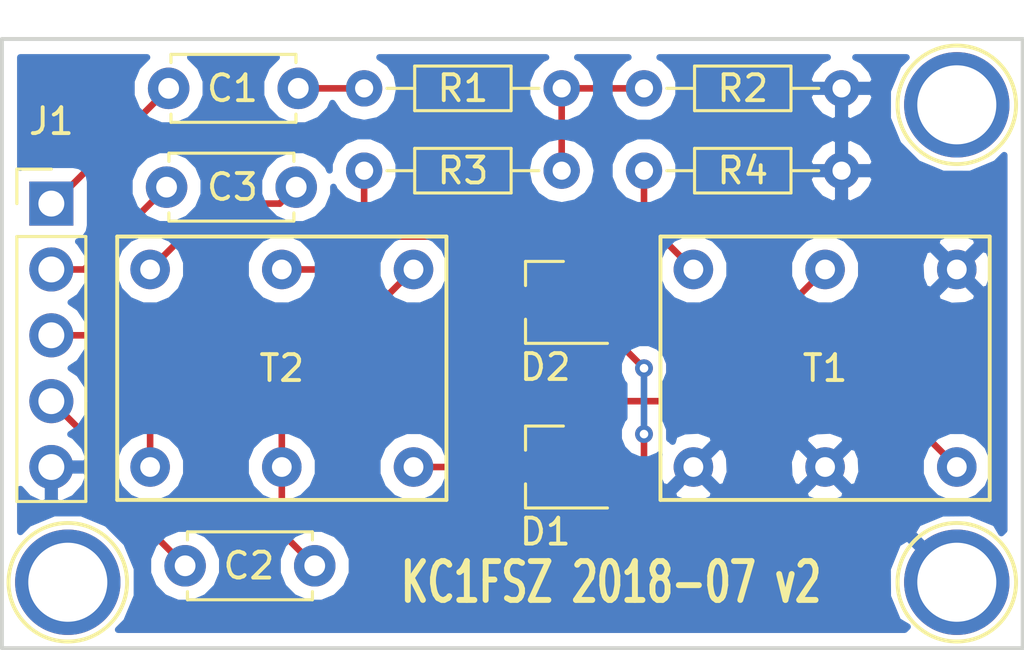
<source format=kicad_pcb>
(kicad_pcb (version 4) (host pcbnew 4.0.7)

  (general
    (links 24)
    (no_connects 0)
    (area 116.483381 85.946 161.01162 112.508)
    (thickness 1.6)
    (drawings 5)
    (tracks 50)
    (zones 0)
    (modules 15)
    (nets 15)
  )

  (page A4)
  (title_block
    (title "KC1FSZ Double-Balanced Mixer")
    (date 2018-07-01)
    (rev v2)
  )

  (layers
    (0 F.Cu signal)
    (31 B.Cu signal)
    (32 B.Adhes user)
    (33 F.Adhes user)
    (34 B.Paste user)
    (35 F.Paste user)
    (36 B.SilkS user)
    (37 F.SilkS user)
    (38 B.Mask user)
    (39 F.Mask user)
    (40 Dwgs.User user)
    (41 Cmts.User user)
    (42 Eco1.User user)
    (43 Eco2.User user)
    (44 Edge.Cuts user)
    (45 Margin user)
    (46 B.CrtYd user)
    (47 F.CrtYd user)
    (48 B.Fab user)
    (49 F.Fab user)
  )

  (setup
    (last_trace_width 0.254)
    (trace_clearance 0.254)
    (zone_clearance 0.508)
    (zone_45_only no)
    (trace_min 0.254)
    (segment_width 0.2)
    (edge_width 0.15)
    (via_size 0.6858)
    (via_drill 0.3302)
    (via_min_size 0.6858)
    (via_min_drill 0.3302)
    (uvia_size 0.3)
    (uvia_drill 0.1)
    (uvias_allowed no)
    (uvia_min_size 0.2)
    (uvia_min_drill 0.1)
    (pcb_text_width 0.3)
    (pcb_text_size 1.5 1.5)
    (mod_edge_width 0.15)
    (mod_text_size 1 1)
    (mod_text_width 0.15)
    (pad_size 4.064 4.064)
    (pad_drill 3.048)
    (pad_to_mask_clearance 0.2)
    (aux_axis_origin 0 0)
    (visible_elements FFFFFF7F)
    (pcbplotparams
      (layerselection 0x00030_80000001)
      (usegerberextensions false)
      (excludeedgelayer true)
      (linewidth 0.100000)
      (plotframeref false)
      (viasonmask false)
      (mode 1)
      (useauxorigin false)
      (hpglpennumber 1)
      (hpglpenspeed 20)
      (hpglpendiameter 15)
      (hpglpenoverlay 2)
      (psnegative false)
      (psa4output false)
      (plotreference true)
      (plotvalue true)
      (plotinvisibletext false)
      (padsonsilk false)
      (subtractmaskfromsilk false)
      (outputformat 1)
      (mirror false)
      (drillshape 1)
      (scaleselection 1)
      (outputdirectory ""))
  )

  (net 0 "")
  (net 1 "Net-(C1-Pad1)")
  (net 2 CLK_IN)
  (net 3 "Net-(C2-Pad1)")
  (net 4 RF1)
  (net 5 RF0)
  (net 6 "Net-(C3-Pad2)")
  (net 7 "Net-(D1-Pad1)")
  (net 8 "Net-(D1-Pad2)")
  (net 9 "Net-(D1-Pad3)")
  (net 10 RF0_REF)
  (net 11 "Net-(R1-Pad1)")
  (net 12 GND)
  (net 13 "Net-(R3-Pad1)")
  (net 14 "Net-(D2-Pad3)")

  (net_class Default "This is the default net class."
    (clearance 0.254)
    (trace_width 0.254)
    (via_dia 0.6858)
    (via_drill 0.3302)
    (uvia_dia 0.3)
    (uvia_drill 0.1)
    (add_net CLK_IN)
    (add_net GND)
    (add_net "Net-(C1-Pad1)")
    (add_net "Net-(C2-Pad1)")
    (add_net "Net-(C3-Pad2)")
    (add_net "Net-(D1-Pad1)")
    (add_net "Net-(D1-Pad2)")
    (add_net "Net-(D1-Pad3)")
    (add_net "Net-(D2-Pad3)")
    (add_net "Net-(R1-Pad1)")
    (add_net "Net-(R3-Pad1)")
    (add_net RF0)
    (add_net RF0_REF)
    (add_net RF1)
  )

  (module kc1fsz-footprint-library:C_Disc_D4.7mm_W2.5mm_P5.00mm (layer F.Cu) (tedit 5B19BFA5) (tstamp 5B19B895)
    (at 130.81 89.535 180)
    (descr "C, Disc series, Radial, pin pitch=5.00mm, , diameter*width=4.7*2.5mm^2, Capacitor, http://www.vishay.com/docs/45233/krseries.pdf")
    (tags "C Disc series Radial pin pitch 5.00mm  diameter 4.7mm width 2.5mm Capacitor")
    (path /5B19B6E8)
    (fp_text reference C1 (at 2.54 0 180) (layer F.SilkS)
      (effects (font (size 1 1) (thickness 0.15)))
    )
    (fp_text value C (at 2.5 2.56 180) (layer F.Fab)
      (effects (font (size 1 1) (thickness 0.15)))
    )
    (fp_line (start 0.15 -1.25) (end 0.15 1.25) (layer F.Fab) (width 0.1))
    (fp_line (start 0.15 1.25) (end 4.85 1.25) (layer F.Fab) (width 0.1))
    (fp_line (start 4.85 1.25) (end 4.85 -1.25) (layer F.Fab) (width 0.1))
    (fp_line (start 4.85 -1.25) (end 0.15 -1.25) (layer F.Fab) (width 0.1))
    (fp_line (start 0.09 -1.31) (end 4.91 -1.31) (layer F.SilkS) (width 0.12))
    (fp_line (start 0.09 1.31) (end 4.91 1.31) (layer F.SilkS) (width 0.12))
    (fp_line (start 0.09 -1.31) (end 0.09 -0.996) (layer F.SilkS) (width 0.12))
    (fp_line (start 0.09 0.996) (end 0.09 1.31) (layer F.SilkS) (width 0.12))
    (fp_line (start 4.91 -1.31) (end 4.91 -0.996) (layer F.SilkS) (width 0.12))
    (fp_line (start 4.91 0.996) (end 4.91 1.31) (layer F.SilkS) (width 0.12))
    (fp_line (start -1.05 -1.6) (end -1.05 1.6) (layer F.CrtYd) (width 0.05))
    (fp_line (start -1.05 1.6) (end 6.05 1.6) (layer F.CrtYd) (width 0.05))
    (fp_line (start 6.05 1.6) (end 6.05 -1.6) (layer F.CrtYd) (width 0.05))
    (fp_line (start 6.05 -1.6) (end -1.05 -1.6) (layer F.CrtYd) (width 0.05))
    (fp_text user %R (at 2.5 0 180) (layer F.Fab)
      (effects (font (size 1 1) (thickness 0.15)))
    )
    (pad 1 thru_hole circle (at 0 0 180) (size 1.6 1.6) (drill 0.8) (layers *.Cu *.Mask)
      (net 1 "Net-(C1-Pad1)"))
    (pad 2 thru_hole circle (at 5 0 180) (size 1.6 1.6) (drill 0.8) (layers *.Cu *.Mask)
      (net 2 CLK_IN))
    (model ${KISYS3DMOD}/Capacitors_THT.3dshapes/C_Disc_D4.7mm_W2.5mm_P5.00mm.wrl
      (at (xyz 0 0 0))
      (scale (xyz 1 1 1))
      (rotate (xyz 0 0 0))
    )
  )

  (module kc1fsz-footprint-library:C_Disc_D4.7mm_W2.5mm_P5.00mm (layer F.Cu) (tedit 5B19BFBA) (tstamp 5B19B89B)
    (at 131.445 107.95 180)
    (descr "C, Disc series, Radial, pin pitch=5.00mm, , diameter*width=4.7*2.5mm^2, Capacitor, http://www.vishay.com/docs/45233/krseries.pdf")
    (tags "C Disc series Radial pin pitch 5.00mm  diameter 4.7mm width 2.5mm Capacitor")
    (path /5B19B7A5)
    (fp_text reference C2 (at 2.54 0 180) (layer F.SilkS)
      (effects (font (size 1 1) (thickness 0.15)))
    )
    (fp_text value C (at 2.5 2.56 180) (layer F.Fab)
      (effects (font (size 1 1) (thickness 0.15)))
    )
    (fp_line (start 0.15 -1.25) (end 0.15 1.25) (layer F.Fab) (width 0.1))
    (fp_line (start 0.15 1.25) (end 4.85 1.25) (layer F.Fab) (width 0.1))
    (fp_line (start 4.85 1.25) (end 4.85 -1.25) (layer F.Fab) (width 0.1))
    (fp_line (start 4.85 -1.25) (end 0.15 -1.25) (layer F.Fab) (width 0.1))
    (fp_line (start 0.09 -1.31) (end 4.91 -1.31) (layer F.SilkS) (width 0.12))
    (fp_line (start 0.09 1.31) (end 4.91 1.31) (layer F.SilkS) (width 0.12))
    (fp_line (start 0.09 -1.31) (end 0.09 -0.996) (layer F.SilkS) (width 0.12))
    (fp_line (start 0.09 0.996) (end 0.09 1.31) (layer F.SilkS) (width 0.12))
    (fp_line (start 4.91 -1.31) (end 4.91 -0.996) (layer F.SilkS) (width 0.12))
    (fp_line (start 4.91 0.996) (end 4.91 1.31) (layer F.SilkS) (width 0.12))
    (fp_line (start -1.05 -1.6) (end -1.05 1.6) (layer F.CrtYd) (width 0.05))
    (fp_line (start -1.05 1.6) (end 6.05 1.6) (layer F.CrtYd) (width 0.05))
    (fp_line (start 6.05 1.6) (end 6.05 -1.6) (layer F.CrtYd) (width 0.05))
    (fp_line (start 6.05 -1.6) (end -1.05 -1.6) (layer F.CrtYd) (width 0.05))
    (fp_text user %R (at 2.5 0 180) (layer F.Fab)
      (effects (font (size 1 1) (thickness 0.15)))
    )
    (pad 1 thru_hole circle (at 0 0 180) (size 1.6 1.6) (drill 0.8) (layers *.Cu *.Mask)
      (net 3 "Net-(C2-Pad1)"))
    (pad 2 thru_hole circle (at 5 0 180) (size 1.6 1.6) (drill 0.8) (layers *.Cu *.Mask)
      (net 4 RF1))
    (model ${KISYS3DMOD}/Capacitors_THT.3dshapes/C_Disc_D4.7mm_W2.5mm_P5.00mm.wrl
      (at (xyz 0 0 0))
      (scale (xyz 1 1 1))
      (rotate (xyz 0 0 0))
    )
  )

  (module kc1fsz-footprint-library:C_Disc_D4.7mm_W2.5mm_P5.00mm (layer F.Cu) (tedit 5B19BFAA) (tstamp 5B19B8A1)
    (at 125.73 93.345)
    (descr "C, Disc series, Radial, pin pitch=5.00mm, , diameter*width=4.7*2.5mm^2, Capacitor, http://www.vishay.com/docs/45233/krseries.pdf")
    (tags "C Disc series Radial pin pitch 5.00mm  diameter 4.7mm width 2.5mm Capacitor")
    (path /5B19B86A)
    (fp_text reference C3 (at 2.54 0) (layer F.SilkS)
      (effects (font (size 1 1) (thickness 0.15)))
    )
    (fp_text value C (at 2.5 2.56) (layer F.Fab)
      (effects (font (size 1 1) (thickness 0.15)))
    )
    (fp_line (start 0.15 -1.25) (end 0.15 1.25) (layer F.Fab) (width 0.1))
    (fp_line (start 0.15 1.25) (end 4.85 1.25) (layer F.Fab) (width 0.1))
    (fp_line (start 4.85 1.25) (end 4.85 -1.25) (layer F.Fab) (width 0.1))
    (fp_line (start 4.85 -1.25) (end 0.15 -1.25) (layer F.Fab) (width 0.1))
    (fp_line (start 0.09 -1.31) (end 4.91 -1.31) (layer F.SilkS) (width 0.12))
    (fp_line (start 0.09 1.31) (end 4.91 1.31) (layer F.SilkS) (width 0.12))
    (fp_line (start 0.09 -1.31) (end 0.09 -0.996) (layer F.SilkS) (width 0.12))
    (fp_line (start 0.09 0.996) (end 0.09 1.31) (layer F.SilkS) (width 0.12))
    (fp_line (start 4.91 -1.31) (end 4.91 -0.996) (layer F.SilkS) (width 0.12))
    (fp_line (start 4.91 0.996) (end 4.91 1.31) (layer F.SilkS) (width 0.12))
    (fp_line (start -1.05 -1.6) (end -1.05 1.6) (layer F.CrtYd) (width 0.05))
    (fp_line (start -1.05 1.6) (end 6.05 1.6) (layer F.CrtYd) (width 0.05))
    (fp_line (start 6.05 1.6) (end 6.05 -1.6) (layer F.CrtYd) (width 0.05))
    (fp_line (start 6.05 -1.6) (end -1.05 -1.6) (layer F.CrtYd) (width 0.05))
    (fp_text user %R (at 2.5 0) (layer F.Fab)
      (effects (font (size 1 1) (thickness 0.15)))
    )
    (pad 1 thru_hole circle (at 0 0) (size 1.6 1.6) (drill 0.8) (layers *.Cu *.Mask)
      (net 5 RF0))
    (pad 2 thru_hole circle (at 5 0) (size 1.6 1.6) (drill 0.8) (layers *.Cu *.Mask)
      (net 6 "Net-(C3-Pad2)"))
    (model ${KISYS3DMOD}/Capacitors_THT.3dshapes/C_Disc_D4.7mm_W2.5mm_P5.00mm.wrl
      (at (xyz 0 0 0))
      (scale (xyz 1 1 1))
      (rotate (xyz 0 0 0))
    )
  )

  (module kc1fsz-footprint-library:SOT-23_Handsoldering (layer F.Cu) (tedit 5B38C355) (tstamp 5B19B8A8)
    (at 140.335 104.14 180)
    (descr "SOT-23, Handsoldering")
    (tags SOT-23)
    (path /5B38C203)
    (attr smd)
    (fp_text reference D1 (at 0 -2.5 180) (layer F.SilkS)
      (effects (font (size 1 1) (thickness 0.15)))
    )
    (fp_text value D_Schottky_x2_Serial_AKC (at 0 2.5 180) (layer F.Fab) hide
      (effects (font (size 1 1) (thickness 0.15)))
    )
    (fp_line (start 0.76 1.58) (end 0.76 0.65) (layer F.SilkS) (width 0.12))
    (fp_line (start 0.76 -1.58) (end 0.76 -0.65) (layer F.SilkS) (width 0.12))
    (fp_line (start 0.7 -1.52) (end 0.7 1.52) (layer F.Fab) (width 0.15))
    (fp_line (start -0.7 1.52) (end 0.7 1.52) (layer F.Fab) (width 0.15))
    (fp_line (start -2.7 -1.75) (end 2.7 -1.75) (layer F.CrtYd) (width 0.05))
    (fp_line (start 2.7 -1.75) (end 2.7 1.75) (layer F.CrtYd) (width 0.05))
    (fp_line (start 2.7 1.75) (end -2.7 1.75) (layer F.CrtYd) (width 0.05))
    (fp_line (start -2.7 1.75) (end -2.7 -1.75) (layer F.CrtYd) (width 0.05))
    (fp_line (start 0.76 -1.58) (end -2.4 -1.58) (layer F.SilkS) (width 0.12))
    (fp_line (start -0.7 -1.52) (end 0.7 -1.52) (layer F.Fab) (width 0.15))
    (fp_line (start -0.7 -1.52) (end -0.7 1.52) (layer F.Fab) (width 0.15))
    (fp_line (start 0.76 1.58) (end -0.7 1.58) (layer F.SilkS) (width 0.12))
    (pad 1 smd rect (at -1.5 -0.95 180) (size 1.9 0.8) (layers F.Cu F.Paste F.Mask)
      (net 7 "Net-(D1-Pad1)"))
    (pad 2 smd rect (at -1.5 0.95 180) (size 1.9 0.8) (layers F.Cu F.Paste F.Mask)
      (net 8 "Net-(D1-Pad2)"))
    (pad 3 smd rect (at 1.5 0 180) (size 1.9 0.8) (layers F.Cu F.Paste F.Mask)
      (net 9 "Net-(D1-Pad3)"))
    (model TO_SOT_Packages_SMD.3dshapes/SOT-23.wrl
      (at (xyz 0 0 0))
      (scale (xyz 1 1 1))
      (rotate (xyz 0 0 90))
    )
  )

  (module kc1fsz-footprint-library:SOT-23_Handsoldering (layer F.Cu) (tedit 5B38C359) (tstamp 5B19B8AF)
    (at 140.335 97.79 180)
    (descr "SOT-23, Handsoldering")
    (tags SOT-23)
    (path /5B38C292)
    (attr smd)
    (fp_text reference D2 (at 0 -2.5 180) (layer F.SilkS)
      (effects (font (size 1 1) (thickness 0.15)))
    )
    (fp_text value D_Schottky_x2_Serial_AKC (at 0 2.5 180) (layer F.Fab) hide
      (effects (font (size 1 1) (thickness 0.15)))
    )
    (fp_line (start 0.76 1.58) (end 0.76 0.65) (layer F.SilkS) (width 0.12))
    (fp_line (start 0.76 -1.58) (end 0.76 -0.65) (layer F.SilkS) (width 0.12))
    (fp_line (start 0.7 -1.52) (end 0.7 1.52) (layer F.Fab) (width 0.15))
    (fp_line (start -0.7 1.52) (end 0.7 1.52) (layer F.Fab) (width 0.15))
    (fp_line (start -2.7 -1.75) (end 2.7 -1.75) (layer F.CrtYd) (width 0.05))
    (fp_line (start 2.7 -1.75) (end 2.7 1.75) (layer F.CrtYd) (width 0.05))
    (fp_line (start 2.7 1.75) (end -2.7 1.75) (layer F.CrtYd) (width 0.05))
    (fp_line (start -2.7 1.75) (end -2.7 -1.75) (layer F.CrtYd) (width 0.05))
    (fp_line (start 0.76 -1.58) (end -2.4 -1.58) (layer F.SilkS) (width 0.12))
    (fp_line (start -0.7 -1.52) (end 0.7 -1.52) (layer F.Fab) (width 0.15))
    (fp_line (start -0.7 -1.52) (end -0.7 1.52) (layer F.Fab) (width 0.15))
    (fp_line (start 0.76 1.58) (end -0.7 1.58) (layer F.SilkS) (width 0.12))
    (pad 1 smd rect (at -1.5 -0.95 180) (size 1.9 0.8) (layers F.Cu F.Paste F.Mask)
      (net 8 "Net-(D1-Pad2)"))
    (pad 2 smd rect (at -1.5 0.95 180) (size 1.9 0.8) (layers F.Cu F.Paste F.Mask)
      (net 7 "Net-(D1-Pad1)"))
    (pad 3 smd rect (at 1.5 0 180) (size 1.9 0.8) (layers F.Cu F.Paste F.Mask)
      (net 14 "Net-(D2-Pad3)"))
    (model TO_SOT_Packages_SMD.3dshapes/SOT-23.wrl
      (at (xyz 0 0 0))
      (scale (xyz 1 1 1))
      (rotate (xyz 0 0 90))
    )
  )

  (module kc1fsz-footprint-library:R_Axial_DIN0204_L3.6mm_D1.6mm_P7.62mm_Horizontal (layer F.Cu) (tedit 5B19BF9D) (tstamp 5B19B8BD)
    (at 140.97 89.535 180)
    (descr "Resistor, Axial_DIN0204 series, Axial, Horizontal, pin pitch=7.62mm, 0.16666666666666666W = 1/6W, length*diameter=3.6*1.6mm^2, http://cdn-reichelt.de/documents/datenblatt/B400/1_4W%23YAG.pdf")
    (tags "Resistor Axial_DIN0204 series Axial Horizontal pin pitch 7.62mm 0.16666666666666666W = 1/6W length 3.6mm diameter 1.6mm")
    (path /5B19AC72)
    (fp_text reference R1 (at 3.81 0 180) (layer F.SilkS)
      (effects (font (size 1 1) (thickness 0.15)))
    )
    (fp_text value R (at 3.81 1.86 180) (layer F.Fab)
      (effects (font (size 1 1) (thickness 0.15)))
    )
    (fp_line (start 2.01 -0.8) (end 2.01 0.8) (layer F.Fab) (width 0.1))
    (fp_line (start 2.01 0.8) (end 5.61 0.8) (layer F.Fab) (width 0.1))
    (fp_line (start 5.61 0.8) (end 5.61 -0.8) (layer F.Fab) (width 0.1))
    (fp_line (start 5.61 -0.8) (end 2.01 -0.8) (layer F.Fab) (width 0.1))
    (fp_line (start 0 0) (end 2.01 0) (layer F.Fab) (width 0.1))
    (fp_line (start 7.62 0) (end 5.61 0) (layer F.Fab) (width 0.1))
    (fp_line (start 1.95 -0.86) (end 1.95 0.86) (layer F.SilkS) (width 0.12))
    (fp_line (start 1.95 0.86) (end 5.67 0.86) (layer F.SilkS) (width 0.12))
    (fp_line (start 5.67 0.86) (end 5.67 -0.86) (layer F.SilkS) (width 0.12))
    (fp_line (start 5.67 -0.86) (end 1.95 -0.86) (layer F.SilkS) (width 0.12))
    (fp_line (start 0.88 0) (end 1.95 0) (layer F.SilkS) (width 0.12))
    (fp_line (start 6.74 0) (end 5.67 0) (layer F.SilkS) (width 0.12))
    (fp_line (start -0.95 -1.15) (end -0.95 1.15) (layer F.CrtYd) (width 0.05))
    (fp_line (start -0.95 1.15) (end 8.6 1.15) (layer F.CrtYd) (width 0.05))
    (fp_line (start 8.6 1.15) (end 8.6 -1.15) (layer F.CrtYd) (width 0.05))
    (fp_line (start 8.6 -1.15) (end -0.95 -1.15) (layer F.CrtYd) (width 0.05))
    (pad 1 thru_hole circle (at 0 0 180) (size 1.4 1.4) (drill 0.7) (layers *.Cu *.Mask)
      (net 11 "Net-(R1-Pad1)"))
    (pad 2 thru_hole oval (at 7.62 0 180) (size 1.4 1.4) (drill 0.7) (layers *.Cu *.Mask)
      (net 1 "Net-(C1-Pad1)"))
    (model ${KISYS3DMOD}/Resistors_THT.3dshapes/R_Axial_DIN0204_L3.6mm_D1.6mm_P7.62mm_Horizontal.wrl
      (at (xyz 0 0 0))
      (scale (xyz 0.393701 0.393701 0.393701))
      (rotate (xyz 0 0 0))
    )
  )

  (module kc1fsz-footprint-library:R_Axial_DIN0204_L3.6mm_D1.6mm_P7.62mm_Horizontal (layer F.Cu) (tedit 5B19BF92) (tstamp 5B19B8C3)
    (at 144.145 89.535)
    (descr "Resistor, Axial_DIN0204 series, Axial, Horizontal, pin pitch=7.62mm, 0.16666666666666666W = 1/6W, length*diameter=3.6*1.6mm^2, http://cdn-reichelt.de/documents/datenblatt/B400/1_4W%23YAG.pdf")
    (tags "Resistor Axial_DIN0204 series Axial Horizontal pin pitch 7.62mm 0.16666666666666666W = 1/6W length 3.6mm diameter 1.6mm")
    (path /5B19ACD3)
    (fp_text reference R2 (at 3.81 0) (layer F.SilkS)
      (effects (font (size 1 1) (thickness 0.15)))
    )
    (fp_text value R (at 3.81 1.86) (layer F.Fab)
      (effects (font (size 1 1) (thickness 0.15)))
    )
    (fp_line (start 2.01 -0.8) (end 2.01 0.8) (layer F.Fab) (width 0.1))
    (fp_line (start 2.01 0.8) (end 5.61 0.8) (layer F.Fab) (width 0.1))
    (fp_line (start 5.61 0.8) (end 5.61 -0.8) (layer F.Fab) (width 0.1))
    (fp_line (start 5.61 -0.8) (end 2.01 -0.8) (layer F.Fab) (width 0.1))
    (fp_line (start 0 0) (end 2.01 0) (layer F.Fab) (width 0.1))
    (fp_line (start 7.62 0) (end 5.61 0) (layer F.Fab) (width 0.1))
    (fp_line (start 1.95 -0.86) (end 1.95 0.86) (layer F.SilkS) (width 0.12))
    (fp_line (start 1.95 0.86) (end 5.67 0.86) (layer F.SilkS) (width 0.12))
    (fp_line (start 5.67 0.86) (end 5.67 -0.86) (layer F.SilkS) (width 0.12))
    (fp_line (start 5.67 -0.86) (end 1.95 -0.86) (layer F.SilkS) (width 0.12))
    (fp_line (start 0.88 0) (end 1.95 0) (layer F.SilkS) (width 0.12))
    (fp_line (start 6.74 0) (end 5.67 0) (layer F.SilkS) (width 0.12))
    (fp_line (start -0.95 -1.15) (end -0.95 1.15) (layer F.CrtYd) (width 0.05))
    (fp_line (start -0.95 1.15) (end 8.6 1.15) (layer F.CrtYd) (width 0.05))
    (fp_line (start 8.6 1.15) (end 8.6 -1.15) (layer F.CrtYd) (width 0.05))
    (fp_line (start 8.6 -1.15) (end -0.95 -1.15) (layer F.CrtYd) (width 0.05))
    (pad 1 thru_hole circle (at 0 0) (size 1.4 1.4) (drill 0.7) (layers *.Cu *.Mask)
      (net 11 "Net-(R1-Pad1)"))
    (pad 2 thru_hole oval (at 7.62 0) (size 1.4 1.4) (drill 0.7) (layers *.Cu *.Mask)
      (net 12 GND))
    (model ${KISYS3DMOD}/Resistors_THT.3dshapes/R_Axial_DIN0204_L3.6mm_D1.6mm_P7.62mm_Horizontal.wrl
      (at (xyz 0 0 0))
      (scale (xyz 0.393701 0.393701 0.393701))
      (rotate (xyz 0 0 0))
    )
  )

  (module kc1fsz-footprint-library:R_Axial_DIN0204_L3.6mm_D1.6mm_P7.62mm_Horizontal (layer F.Cu) (tedit 5B19BF9F) (tstamp 5B19B8C9)
    (at 133.35 92.71)
    (descr "Resistor, Axial_DIN0204 series, Axial, Horizontal, pin pitch=7.62mm, 0.16666666666666666W = 1/6W, length*diameter=3.6*1.6mm^2, http://cdn-reichelt.de/documents/datenblatt/B400/1_4W%23YAG.pdf")
    (tags "Resistor Axial_DIN0204 series Axial Horizontal pin pitch 7.62mm 0.16666666666666666W = 1/6W length 3.6mm diameter 1.6mm")
    (path /5B19AD9B)
    (fp_text reference R3 (at 3.81 0) (layer F.SilkS)
      (effects (font (size 1 1) (thickness 0.15)))
    )
    (fp_text value R (at 3.81 1.86) (layer F.Fab)
      (effects (font (size 1 1) (thickness 0.15)))
    )
    (fp_line (start 2.01 -0.8) (end 2.01 0.8) (layer F.Fab) (width 0.1))
    (fp_line (start 2.01 0.8) (end 5.61 0.8) (layer F.Fab) (width 0.1))
    (fp_line (start 5.61 0.8) (end 5.61 -0.8) (layer F.Fab) (width 0.1))
    (fp_line (start 5.61 -0.8) (end 2.01 -0.8) (layer F.Fab) (width 0.1))
    (fp_line (start 0 0) (end 2.01 0) (layer F.Fab) (width 0.1))
    (fp_line (start 7.62 0) (end 5.61 0) (layer F.Fab) (width 0.1))
    (fp_line (start 1.95 -0.86) (end 1.95 0.86) (layer F.SilkS) (width 0.12))
    (fp_line (start 1.95 0.86) (end 5.67 0.86) (layer F.SilkS) (width 0.12))
    (fp_line (start 5.67 0.86) (end 5.67 -0.86) (layer F.SilkS) (width 0.12))
    (fp_line (start 5.67 -0.86) (end 1.95 -0.86) (layer F.SilkS) (width 0.12))
    (fp_line (start 0.88 0) (end 1.95 0) (layer F.SilkS) (width 0.12))
    (fp_line (start 6.74 0) (end 5.67 0) (layer F.SilkS) (width 0.12))
    (fp_line (start -0.95 -1.15) (end -0.95 1.15) (layer F.CrtYd) (width 0.05))
    (fp_line (start -0.95 1.15) (end 8.6 1.15) (layer F.CrtYd) (width 0.05))
    (fp_line (start 8.6 1.15) (end 8.6 -1.15) (layer F.CrtYd) (width 0.05))
    (fp_line (start 8.6 -1.15) (end -0.95 -1.15) (layer F.CrtYd) (width 0.05))
    (pad 1 thru_hole circle (at 0 0) (size 1.4 1.4) (drill 0.7) (layers *.Cu *.Mask)
      (net 13 "Net-(R3-Pad1)"))
    (pad 2 thru_hole oval (at 7.62 0) (size 1.4 1.4) (drill 0.7) (layers *.Cu *.Mask)
      (net 11 "Net-(R1-Pad1)"))
    (model ${KISYS3DMOD}/Resistors_THT.3dshapes/R_Axial_DIN0204_L3.6mm_D1.6mm_P7.62mm_Horizontal.wrl
      (at (xyz 0 0 0))
      (scale (xyz 0.393701 0.393701 0.393701))
      (rotate (xyz 0 0 0))
    )
  )

  (module kc1fsz-footprint-library:R_Axial_DIN0204_L3.6mm_D1.6mm_P7.62mm_Horizontal (layer F.Cu) (tedit 5B19BF94) (tstamp 5B19B8CF)
    (at 144.145 92.71)
    (descr "Resistor, Axial_DIN0204 series, Axial, Horizontal, pin pitch=7.62mm, 0.16666666666666666W = 1/6W, length*diameter=3.6*1.6mm^2, http://cdn-reichelt.de/documents/datenblatt/B400/1_4W%23YAG.pdf")
    (tags "Resistor Axial_DIN0204 series Axial Horizontal pin pitch 7.62mm 0.16666666666666666W = 1/6W length 3.6mm diameter 1.6mm")
    (path /5B19AD4E)
    (fp_text reference R4 (at 3.81 0) (layer F.SilkS)
      (effects (font (size 1 1) (thickness 0.15)))
    )
    (fp_text value R (at 3.81 1.86) (layer F.Fab)
      (effects (font (size 1 1) (thickness 0.15)))
    )
    (fp_line (start 2.01 -0.8) (end 2.01 0.8) (layer F.Fab) (width 0.1))
    (fp_line (start 2.01 0.8) (end 5.61 0.8) (layer F.Fab) (width 0.1))
    (fp_line (start 5.61 0.8) (end 5.61 -0.8) (layer F.Fab) (width 0.1))
    (fp_line (start 5.61 -0.8) (end 2.01 -0.8) (layer F.Fab) (width 0.1))
    (fp_line (start 0 0) (end 2.01 0) (layer F.Fab) (width 0.1))
    (fp_line (start 7.62 0) (end 5.61 0) (layer F.Fab) (width 0.1))
    (fp_line (start 1.95 -0.86) (end 1.95 0.86) (layer F.SilkS) (width 0.12))
    (fp_line (start 1.95 0.86) (end 5.67 0.86) (layer F.SilkS) (width 0.12))
    (fp_line (start 5.67 0.86) (end 5.67 -0.86) (layer F.SilkS) (width 0.12))
    (fp_line (start 5.67 -0.86) (end 1.95 -0.86) (layer F.SilkS) (width 0.12))
    (fp_line (start 0.88 0) (end 1.95 0) (layer F.SilkS) (width 0.12))
    (fp_line (start 6.74 0) (end 5.67 0) (layer F.SilkS) (width 0.12))
    (fp_line (start -0.95 -1.15) (end -0.95 1.15) (layer F.CrtYd) (width 0.05))
    (fp_line (start -0.95 1.15) (end 8.6 1.15) (layer F.CrtYd) (width 0.05))
    (fp_line (start 8.6 1.15) (end 8.6 -1.15) (layer F.CrtYd) (width 0.05))
    (fp_line (start 8.6 -1.15) (end -0.95 -1.15) (layer F.CrtYd) (width 0.05))
    (pad 1 thru_hole circle (at 0 0) (size 1.4 1.4) (drill 0.7) (layers *.Cu *.Mask)
      (net 13 "Net-(R3-Pad1)"))
    (pad 2 thru_hole oval (at 7.62 0) (size 1.4 1.4) (drill 0.7) (layers *.Cu *.Mask)
      (net 12 GND))
    (model ${KISYS3DMOD}/Resistors_THT.3dshapes/R_Axial_DIN0204_L3.6mm_D1.6mm_P7.62mm_Horizontal.wrl
      (at (xyz 0 0 0))
      (scale (xyz 0.393701 0.393701 0.393701))
      (rotate (xyz 0 0 0))
    )
  )

  (module kc1fsz-footprint-library:TrifilarTransformer_T37_Vertical (layer F.Cu) (tedit 5B38C385) (tstamp 5B19B8D9)
    (at 151.13 96.52)
    (path /5B19AA27)
    (fp_text reference T1 (at 0 3.81) (layer F.SilkS)
      (effects (font (size 1 1) (thickness 0.15)))
    )
    (fp_text value Transformer_1P_2S (at 0 10.16) (layer F.Fab) hide
      (effects (font (size 1 1) (thickness 0.15)))
    )
    (fp_line (start -6.35 -1.27) (end -6.35 8.89) (layer F.SilkS) (width 0.15))
    (fp_line (start -6.35 8.89) (end 6.35 8.89) (layer F.SilkS) (width 0.15))
    (fp_line (start 6.35 8.89) (end 6.35 -1.27) (layer F.SilkS) (width 0.15))
    (fp_line (start 6.35 -1.27) (end -6.35 -1.27) (layer F.SilkS) (width 0.15))
    (pad 1 thru_hole circle (at -5.08 0) (size 1.524 1.524) (drill 0.762) (layers *.Cu *.Mask)
      (net 13 "Net-(R3-Pad1)"))
    (pad 3 thru_hole circle (at 0 0) (size 1.524 1.524) (drill 0.762) (layers *.Cu *.Mask)
      (net 7 "Net-(D1-Pad1)"))
    (pad 5 thru_hole circle (at 5.08 0) (size 1.524 1.524) (drill 0.762) (layers *.Cu *.Mask)
      (net 12 GND))
    (pad 2 thru_hole circle (at -5.08 7.62) (size 1.524 1.524) (drill 0.762) (layers *.Cu *.Mask)
      (net 12 GND))
    (pad 4 thru_hole circle (at 0 7.62) (size 1.524 1.524) (drill 0.762) (layers *.Cu *.Mask)
      (net 12 GND))
    (pad 6 thru_hole circle (at 5.08 7.62) (size 1.524 1.524) (drill 0.762) (layers *.Cu *.Mask)
      (net 8 "Net-(D1-Pad2)"))
  )

  (module kc1fsz-footprint-library:TrifilarTransformer_T37_Vertical (layer F.Cu) (tedit 5B38C382) (tstamp 5B19B8E3)
    (at 130.175 96.52)
    (path /5B19AA5B)
    (fp_text reference T2 (at 0 3.81) (layer F.SilkS)
      (effects (font (size 1 1) (thickness 0.15)))
    )
    (fp_text value Transformer_1P_2S (at 0 10.16) (layer F.Fab) hide
      (effects (font (size 1 1) (thickness 0.15)))
    )
    (fp_line (start -6.35 -1.27) (end -6.35 8.89) (layer F.SilkS) (width 0.15))
    (fp_line (start -6.35 8.89) (end 6.35 8.89) (layer F.SilkS) (width 0.15))
    (fp_line (start 6.35 8.89) (end 6.35 -1.27) (layer F.SilkS) (width 0.15))
    (fp_line (start 6.35 -1.27) (end -6.35 -1.27) (layer F.SilkS) (width 0.15))
    (pad 1 thru_hole circle (at -5.08 0) (size 1.524 1.524) (drill 0.762) (layers *.Cu *.Mask)
      (net 6 "Net-(C3-Pad2)"))
    (pad 3 thru_hole circle (at 0 0) (size 1.524 1.524) (drill 0.762) (layers *.Cu *.Mask)
      (net 14 "Net-(D2-Pad3)"))
    (pad 5 thru_hole circle (at 5.08 0) (size 1.524 1.524) (drill 0.762) (layers *.Cu *.Mask)
      (net 3 "Net-(C2-Pad1)"))
    (pad 2 thru_hole circle (at -5.08 7.62) (size 1.524 1.524) (drill 0.762) (layers *.Cu *.Mask)
      (net 10 RF0_REF))
    (pad 4 thru_hole circle (at 0 7.62) (size 1.524 1.524) (drill 0.762) (layers *.Cu *.Mask)
      (net 3 "Net-(C2-Pad1)"))
    (pad 6 thru_hole circle (at 5.08 7.62) (size 1.524 1.524) (drill 0.762) (layers *.Cu *.Mask)
      (net 9 "Net-(D1-Pad3)"))
  )

  (module Pin_Headers:Pin_Header_Straight_1x05_Pitch2.54mm (layer F.Cu) (tedit 5B3902C6) (tstamp 5B19BDE0)
    (at 121.285 93.98)
    (descr "Through hole straight pin header, 1x05, 2.54mm pitch, single row")
    (tags "Through hole pin header THT 1x05 2.54mm single row")
    (path /5B19CF79)
    (fp_text reference J1 (at 0 -3.175) (layer F.SilkS)
      (effects (font (size 1 1) (thickness 0.15)))
    )
    (fp_text value Conn_01x05 (at 0 12.49) (layer F.Fab) hide
      (effects (font (size 1 1) (thickness 0.15)))
    )
    (fp_line (start -0.635 -1.27) (end 1.27 -1.27) (layer F.Fab) (width 0.1))
    (fp_line (start 1.27 -1.27) (end 1.27 11.43) (layer F.Fab) (width 0.1))
    (fp_line (start 1.27 11.43) (end -1.27 11.43) (layer F.Fab) (width 0.1))
    (fp_line (start -1.27 11.43) (end -1.27 -0.635) (layer F.Fab) (width 0.1))
    (fp_line (start -1.27 -0.635) (end -0.635 -1.27) (layer F.Fab) (width 0.1))
    (fp_line (start -1.33 11.49) (end 1.33 11.49) (layer F.SilkS) (width 0.12))
    (fp_line (start -1.33 1.27) (end -1.33 11.49) (layer F.SilkS) (width 0.12))
    (fp_line (start 1.33 1.27) (end 1.33 11.49) (layer F.SilkS) (width 0.12))
    (fp_line (start -1.33 1.27) (end 1.33 1.27) (layer F.SilkS) (width 0.12))
    (fp_line (start -1.33 0) (end -1.33 -1.33) (layer F.SilkS) (width 0.12))
    (fp_line (start -1.33 -1.33) (end 0 -1.33) (layer F.SilkS) (width 0.12))
    (fp_line (start -1.8 -1.8) (end -1.8 11.95) (layer F.CrtYd) (width 0.05))
    (fp_line (start -1.8 11.95) (end 1.8 11.95) (layer F.CrtYd) (width 0.05))
    (fp_line (start 1.8 11.95) (end 1.8 -1.8) (layer F.CrtYd) (width 0.05))
    (fp_line (start 1.8 -1.8) (end -1.8 -1.8) (layer F.CrtYd) (width 0.05))
    (fp_text user %R (at 0 5.08 90) (layer F.Fab)
      (effects (font (size 1 1) (thickness 0.15)))
    )
    (pad 1 thru_hole rect (at 0 0) (size 1.7 1.7) (drill 1) (layers *.Cu *.Mask)
      (net 2 CLK_IN))
    (pad 2 thru_hole oval (at 0 2.54) (size 1.7 1.7) (drill 1) (layers *.Cu *.Mask)
      (net 5 RF0))
    (pad 3 thru_hole oval (at 0 5.08) (size 1.7 1.7) (drill 1) (layers *.Cu *.Mask)
      (net 10 RF0_REF))
    (pad 4 thru_hole oval (at 0 7.62) (size 1.7 1.7) (drill 1) (layers *.Cu *.Mask)
      (net 4 RF1))
    (pad 5 thru_hole oval (at 0 10.16) (size 1.7 1.7) (drill 1) (layers *.Cu *.Mask)
      (net 12 GND))
    (model ${KISYS3DMOD}/Pin_Headers.3dshapes/Pin_Header_Straight_1x05_Pitch2.54mm.wrl
      (at (xyz 0 0 0))
      (scale (xyz 1 1 1))
      (rotate (xyz 0 0 0))
    )
  )

  (module Connectors:1pin (layer F.Cu) (tedit 5B38D8C8) (tstamp 5B19BDFD)
    (at 156.21 90.17)
    (descr "module 1 pin (ou trou mecanique de percage)")
    (tags DEV)
    (fp_text reference REF** (at 0 -3.048) (layer F.SilkS) hide
      (effects (font (size 1 1) (thickness 0.15)))
    )
    (fp_text value 1pin (at 0 2.794) (layer F.Fab) hide
      (effects (font (size 1 1) (thickness 0.15)))
    )
    (fp_circle (center 0 0) (end 0 -2.286) (layer F.SilkS) (width 0.15))
    (pad 1 thru_hole circle (at 0 0) (size 4.064 4.064) (drill 3.048) (layers *.Cu *.Mask))
  )

  (module Connectors:1pin (layer F.Cu) (tedit 5B38D8CE) (tstamp 5B38C334)
    (at 156.21 108.585)
    (descr "module 1 pin (ou trou mecanique de percage)")
    (tags DEV)
    (path /5B38C86B)
    (fp_text reference J2 (at 0 -3.048) (layer F.SilkS) hide
      (effects (font (size 1 1) (thickness 0.15)))
    )
    (fp_text value Conn_01x01 (at 0 2.794) (layer F.Fab) hide
      (effects (font (size 1 1) (thickness 0.15)))
    )
    (fp_circle (center 0 0) (end 0 -2.286) (layer F.SilkS) (width 0.15))
    (pad 1 thru_hole circle (at 0 0) (size 4.064 4.064) (drill 3.048) (layers *.Cu *.Mask)
      (net 12 GND))
  )

  (module Connectors:1pin (layer F.Cu) (tedit 5B38D8C2) (tstamp 5B38C791)
    (at 121.92 108.585)
    (descr "module 1 pin (ou trou mecanique de percage)")
    (tags DEV)
    (fp_text reference REF** (at 0 -3.048) (layer F.SilkS) hide
      (effects (font (size 1 1) (thickness 0.15)))
    )
    (fp_text value 1pin (at 0 2.794) (layer F.Fab) hide
      (effects (font (size 1 1) (thickness 0.15)))
    )
    (fp_circle (center 0 0) (end 0 -2.286) (layer F.SilkS) (width 0.15))
    (pad 1 thru_hole circle (at 0 0) (size 4.064 4.064) (drill 3.048) (layers *.Cu *.Mask))
  )

  (gr_text "KC1FSZ 2018-07 v2" (at 142.875 108.585) (layer F.SilkS)
    (effects (font (size 1.5 1.016) (thickness 0.2286)))
  )
  (gr_line (start 158.75 87.63) (end 119.38 87.63) (angle 90) (layer Edge.Cuts) (width 0.15))
  (gr_line (start 158.75 111.125) (end 158.75 87.63) (angle 90) (layer Edge.Cuts) (width 0.15))
  (gr_line (start 119.38 111.125) (end 158.75 111.125) (angle 90) (layer Edge.Cuts) (width 0.15))
  (gr_line (start 119.38 87.63) (end 119.38 111.125) (angle 90) (layer Edge.Cuts) (width 0.15))

  (segment (start 130.81 89.535) (end 133.35 89.535) (width 0.254) (layer F.Cu) (net 1))
  (segment (start 121.285 93.98) (end 121.365 93.98) (width 0.254) (layer F.Cu) (net 2))
  (segment (start 121.365 93.98) (end 125.81 89.535) (width 0.254) (layer F.Cu) (net 2) (tstamp 5B38C8E0))
  (segment (start 130.175 104.14) (end 130.175 106.68) (width 0.254) (layer F.Cu) (net 3) (status 10))
  (segment (start 130.175 106.68) (end 131.445 107.95) (width 0.254) (layer F.Cu) (net 3) (tstamp 5B38C70F) (status 20))
  (segment (start 130.175 104.14) (end 130.175 101.6) (width 0.254) (layer F.Cu) (net 3) (status 10))
  (segment (start 130.175 101.6) (end 135.255 96.52) (width 0.254) (layer F.Cu) (net 3) (tstamp 5B19BED0) (status 20))
  (segment (start 121.285 101.6) (end 123.19 103.505) (width 0.254) (layer F.Cu) (net 4))
  (segment (start 123.19 104.695) (end 126.445 107.95) (width 0.254) (layer F.Cu) (net 4) (tstamp 5B38C8FB))
  (segment (start 123.19 103.505) (end 123.19 104.695) (width 0.254) (layer F.Cu) (net 4) (tstamp 5B38C8F4))
  (segment (start 121.285 96.52) (end 122.555 96.52) (width 0.254) (layer F.Cu) (net 5))
  (segment (start 122.555 96.52) (end 125.73 93.345) (width 0.254) (layer F.Cu) (net 5) (tstamp 5B38C8E6))
  (segment (start 125.095 96.52) (end 127.635 93.98) (width 0.254) (layer F.Cu) (net 6))
  (segment (start 130.095 93.98) (end 130.73 93.345) (width 0.254) (layer F.Cu) (net 6) (tstamp 5B38C8EB))
  (segment (start 127.635 93.98) (end 130.095 93.98) (width 0.254) (layer F.Cu) (net 6) (tstamp 5B38C8EA))
  (segment (start 141.835 105.09) (end 143.825 105.09) (width 0.254) (layer F.Cu) (net 7) (status 10))
  (segment (start 143.51 99.695) (end 143.51 97.155) (width 0.254) (layer F.Cu) (net 7) (tstamp 5B38C663))
  (segment (start 144.145 100.33) (end 143.51 99.695) (width 0.254) (layer F.Cu) (net 7) (tstamp 5B38C662))
  (via (at 144.145 100.33) (size 0.6858) (drill 0.3302) (layers F.Cu B.Cu) (net 7))
  (segment (start 144.145 102.87) (end 144.145 100.33) (width 0.254) (layer B.Cu) (net 7) (tstamp 5B38C65F))
  (via (at 144.145 102.87) (size 0.6858) (drill 0.3302) (layers F.Cu B.Cu) (net 7))
  (segment (start 144.145 104.77) (end 144.145 102.87) (width 0.254) (layer F.Cu) (net 7) (tstamp 5B38C657))
  (segment (start 143.825 105.09) (end 144.145 104.77) (width 0.254) (layer F.Cu) (net 7) (tstamp 5B38C655))
  (segment (start 141.835 96.84) (end 143.195 96.84) (width 0.254) (layer F.Cu) (net 7) (status 10))
  (segment (start 149.225 98.425) (end 151.13 96.52) (width 0.254) (layer F.Cu) (net 7) (tstamp 5B38C50C) (status 20))
  (segment (start 144.78 98.425) (end 149.225 98.425) (width 0.254) (layer F.Cu) (net 7) (tstamp 5B38C50A))
  (segment (start 143.195 96.84) (end 143.51 97.155) (width 0.254) (layer F.Cu) (net 7) (tstamp 5B38C508))
  (segment (start 143.51 97.155) (end 144.78 98.425) (width 0.254) (layer F.Cu) (net 7) (tstamp 5B38C669))
  (segment (start 141.835 103.19) (end 141.835 98.74) (width 0.254) (layer F.Cu) (net 8) (status 30))
  (segment (start 141.835 103.19) (end 141.835 102.64) (width 0.254) (layer F.Cu) (net 8) (status 10))
  (segment (start 153.67 101.6) (end 156.21 104.14) (width 0.254) (layer F.Cu) (net 8) (tstamp 5B38C513) (status 20))
  (segment (start 142.875 101.6) (end 153.67 101.6) (width 0.254) (layer F.Cu) (net 8) (tstamp 5B38C511))
  (segment (start 141.835 102.64) (end 142.875 101.6) (width 0.254) (layer F.Cu) (net 8) (tstamp 5B38C510))
  (segment (start 135.255 104.14) (end 138.835 104.14) (width 0.254) (layer F.Cu) (net 9) (status 30))
  (segment (start 135.255 104.14) (end 135.89 104.14) (width 0.254) (layer F.Cu) (net 9) (status 30))
  (segment (start 121.285 99.06) (end 124.46 99.06) (width 0.254) (layer F.Cu) (net 10))
  (segment (start 125.095 99.695) (end 125.095 104.14) (width 0.254) (layer F.Cu) (net 10) (tstamp 5B38C8F1))
  (segment (start 124.46 99.06) (end 125.095 99.695) (width 0.254) (layer F.Cu) (net 10) (tstamp 5B38C8F0))
  (segment (start 140.97 89.535) (end 144.145 89.535) (width 0.254) (layer F.Cu) (net 11) (status 30))
  (segment (start 140.97 92.71) (end 140.97 89.535) (width 0.254) (layer F.Cu) (net 11) (status 30))
  (via (at 146.05 104.14) (size 0.6858) (drill 0.3302) (layers F.Cu B.Cu) (net 12) (status 30))
  (segment (start 144.145 92.71) (end 144.145 94.615) (width 0.254) (layer F.Cu) (net 13) (status 10))
  (segment (start 144.145 94.615) (end 146.05 96.52) (width 0.254) (layer F.Cu) (net 13) (tstamp 5B19BECB) (status 20))
  (segment (start 133.35 92.71) (end 133.35 94.615) (width 0.254) (layer F.Cu) (net 13) (status 10))
  (segment (start 133.35 94.615) (end 144.145 94.615) (width 0.254) (layer F.Cu) (net 13) (tstamp 5B19BA8D))
  (segment (start 130.175 96.52) (end 132.08 96.52) (width 0.254) (layer F.Cu) (net 14) (status 10))
  (segment (start 136.295 95.25) (end 138.835 97.79) (width 0.254) (layer F.Cu) (net 14) (tstamp 5B38C5C3) (status 20))
  (segment (start 133.35 95.25) (end 136.295 95.25) (width 0.254) (layer F.Cu) (net 14) (tstamp 5B38C5C1))
  (segment (start 132.08 96.52) (end 133.35 95.25) (width 0.254) (layer F.Cu) (net 14) (tstamp 5B38C5BD))
  (segment (start 130.175 96.52) (end 130.81 96.52) (width 0.254) (layer B.Cu) (net 14) (status 30))

  (zone (net 12) (net_name GND) (layer B.Cu) (tstamp 5B19BE5C) (hatch edge 0.508)
    (connect_pads (clearance 0.508))
    (min_thickness 0.254)
    (fill yes (arc_segments 16) (thermal_gap 0.508) (thermal_bridge_width 0.508))
    (polygon
      (pts
        (xy 158.75 111.125) (xy 119.38 111.125) (xy 119.38 87.63) (xy 158.75 87.63)
      )
    )
    (filled_polygon
      (pts
        (xy 124.594176 88.721077) (xy 124.37525 89.248309) (xy 124.374752 89.819187) (xy 124.592757 90.3468) (xy 124.996077 90.750824)
        (xy 125.523309 90.96975) (xy 126.094187 90.970248) (xy 126.6218 90.752243) (xy 127.025824 90.348923) (xy 127.24475 89.821691)
        (xy 127.245248 89.250813) (xy 127.027243 88.7232) (xy 126.644711 88.34) (xy 129.975918 88.34) (xy 129.594176 88.721077)
        (xy 129.37525 89.248309) (xy 129.374752 89.819187) (xy 129.592757 90.3468) (xy 129.996077 90.750824) (xy 130.523309 90.96975)
        (xy 131.094187 90.970248) (xy 131.6218 90.752243) (xy 132.025824 90.348923) (xy 132.128205 90.102362) (xy 132.379858 90.478988)
        (xy 132.812964 90.768379) (xy 133.323846 90.87) (xy 133.376154 90.87) (xy 133.887036 90.768379) (xy 134.320142 90.478988)
        (xy 134.609533 90.045882) (xy 134.711154 89.535) (xy 134.609533 89.024118) (xy 134.320142 88.591012) (xy 133.944474 88.34)
        (xy 140.366231 88.34) (xy 140.214771 88.402582) (xy 139.838902 88.777796) (xy 139.635232 89.268287) (xy 139.634769 89.799383)
        (xy 139.837582 90.290229) (xy 140.212796 90.666098) (xy 140.703287 90.869768) (xy 141.234383 90.870231) (xy 141.725229 90.667418)
        (xy 142.101098 90.292204) (xy 142.304768 89.801713) (xy 142.305231 89.270617) (xy 142.102418 88.779771) (xy 141.727204 88.403902)
        (xy 141.573311 88.34) (xy 143.541231 88.34) (xy 143.389771 88.402582) (xy 143.013902 88.777796) (xy 142.810232 89.268287)
        (xy 142.809769 89.799383) (xy 143.012582 90.290229) (xy 143.387796 90.666098) (xy 143.878287 90.869768) (xy 144.409383 90.870231)
        (xy 144.900229 90.667418) (xy 145.276098 90.292204) (xy 145.452106 89.868329) (xy 150.472284 89.868329) (xy 150.615203 90.213396)
        (xy 150.962337 90.601764) (xy 151.431669 90.827727) (xy 151.638 90.705206) (xy 151.638 89.662) (xy 151.892 89.662)
        (xy 151.892 90.705206) (xy 152.098331 90.827727) (xy 152.567663 90.601764) (xy 152.914797 90.213396) (xy 153.057716 89.868329)
        (xy 152.934374 89.662) (xy 151.892 89.662) (xy 151.638 89.662) (xy 150.595626 89.662) (xy 150.472284 89.868329)
        (xy 145.452106 89.868329) (xy 145.479768 89.801713) (xy 145.480231 89.270617) (xy 145.277418 88.779771) (xy 144.902204 88.403902)
        (xy 144.748311 88.34) (xy 151.228687 88.34) (xy 150.962337 88.468236) (xy 150.615203 88.856604) (xy 150.472284 89.201671)
        (xy 150.595626 89.408) (xy 151.638 89.408) (xy 151.638 89.388) (xy 151.892 89.388) (xy 151.892 89.408)
        (xy 152.934374 89.408) (xy 153.057716 89.201671) (xy 152.914797 88.856604) (xy 152.567663 88.468236) (xy 152.301313 88.34)
        (xy 154.268193 88.34) (xy 153.950345 88.657293) (xy 153.543464 89.637173) (xy 153.542538 90.698172) (xy 153.947709 91.678761)
        (xy 154.697293 92.429655) (xy 155.677173 92.836536) (xy 156.738172 92.837462) (xy 157.718761 92.432291) (xy 158.04 92.111612)
        (xy 158.04 106.575392) (xy 157.928515 106.686877) (xy 157.703846 106.312832) (xy 156.720612 105.91412) (xy 155.659643 105.922025)
        (xy 154.716154 106.312832) (xy 154.491484 106.686879) (xy 156.21 108.405395) (xy 156.224143 108.391253) (xy 156.403748 108.570858)
        (xy 156.389605 108.585) (xy 156.403748 108.599143) (xy 156.224143 108.778748) (xy 156.21 108.764605) (xy 156.195858 108.778748)
        (xy 156.016253 108.599143) (xy 156.030395 108.585) (xy 154.311879 106.866484) (xy 153.937832 107.091154) (xy 153.53912 108.074388)
        (xy 153.547025 109.135357) (xy 153.937832 110.078846) (xy 154.311877 110.303515) (xy 154.200392 110.415) (xy 123.861807 110.415)
        (xy 124.179655 110.097707) (xy 124.586536 109.117827) (xy 124.587307 108.234187) (xy 125.009752 108.234187) (xy 125.227757 108.7618)
        (xy 125.631077 109.165824) (xy 126.158309 109.38475) (xy 126.729187 109.385248) (xy 127.2568 109.167243) (xy 127.660824 108.763923)
        (xy 127.87975 108.236691) (xy 127.879752 108.234187) (xy 130.009752 108.234187) (xy 130.227757 108.7618) (xy 130.631077 109.165824)
        (xy 131.158309 109.38475) (xy 131.729187 109.385248) (xy 132.2568 109.167243) (xy 132.660824 108.763923) (xy 132.87975 108.236691)
        (xy 132.880248 107.665813) (xy 132.662243 107.1382) (xy 132.258923 106.734176) (xy 131.731691 106.51525) (xy 131.160813 106.514752)
        (xy 130.6332 106.732757) (xy 130.229176 107.136077) (xy 130.01025 107.663309) (xy 130.009752 108.234187) (xy 127.879752 108.234187)
        (xy 127.880248 107.665813) (xy 127.662243 107.1382) (xy 127.258923 106.734176) (xy 126.731691 106.51525) (xy 126.160813 106.514752)
        (xy 125.6332 106.732757) (xy 125.229176 107.136077) (xy 125.01025 107.663309) (xy 125.009752 108.234187) (xy 124.587307 108.234187)
        (xy 124.587462 108.056828) (xy 124.182291 107.076239) (xy 123.432707 106.325345) (xy 122.452827 105.918464) (xy 121.391828 105.917538)
        (xy 120.411239 106.322709) (xy 120.09 106.643388) (xy 120.09 104.991026) (xy 120.403642 105.335183) (xy 120.928108 105.581486)
        (xy 121.158 105.460819) (xy 121.158 104.267) (xy 121.412 104.267) (xy 121.412 105.460819) (xy 121.641892 105.581486)
        (xy 122.166358 105.335183) (xy 122.556645 104.906924) (xy 122.726476 104.49689) (xy 122.684137 104.416661) (xy 123.697758 104.416661)
        (xy 123.90999 104.930303) (xy 124.30263 105.323629) (xy 124.8159 105.536757) (xy 125.371661 105.537242) (xy 125.885303 105.32501)
        (xy 126.278629 104.93237) (xy 126.491757 104.4191) (xy 126.491759 104.416661) (xy 128.777758 104.416661) (xy 128.98999 104.930303)
        (xy 129.38263 105.323629) (xy 129.8959 105.536757) (xy 130.451661 105.537242) (xy 130.965303 105.32501) (xy 131.358629 104.93237)
        (xy 131.571757 104.4191) (xy 131.571759 104.416661) (xy 133.857758 104.416661) (xy 134.06999 104.930303) (xy 134.46263 105.323629)
        (xy 134.9759 105.536757) (xy 135.531661 105.537242) (xy 136.045303 105.32501) (xy 136.250457 105.120213) (xy 145.249392 105.120213)
        (xy 145.318857 105.362397) (xy 145.842302 105.549144) (xy 146.397368 105.521362) (xy 146.781143 105.362397) (xy 146.850608 105.120213)
        (xy 150.329392 105.120213) (xy 150.398857 105.362397) (xy 150.922302 105.549144) (xy 151.477368 105.521362) (xy 151.861143 105.362397)
        (xy 151.930608 105.120213) (xy 151.13 104.319605) (xy 150.329392 105.120213) (xy 146.850608 105.120213) (xy 146.05 104.319605)
        (xy 145.249392 105.120213) (xy 136.250457 105.120213) (xy 136.438629 104.93237) (xy 136.651757 104.4191) (xy 136.652242 103.863339)
        (xy 136.44001 103.349697) (xy 136.04737 102.956371) (xy 135.5341 102.743243) (xy 134.978339 102.742758) (xy 134.464697 102.95499)
        (xy 134.071371 103.34763) (xy 133.858243 103.8609) (xy 133.857758 104.416661) (xy 131.571759 104.416661) (xy 131.572242 103.863339)
        (xy 131.36001 103.349697) (xy 130.96737 102.956371) (xy 130.4541 102.743243) (xy 129.898339 102.742758) (xy 129.384697 102.95499)
        (xy 128.991371 103.34763) (xy 128.778243 103.8609) (xy 128.777758 104.416661) (xy 126.491759 104.416661) (xy 126.492242 103.863339)
        (xy 126.28001 103.349697) (xy 125.88737 102.956371) (xy 125.3741 102.743243) (xy 124.818339 102.742758) (xy 124.304697 102.95499)
        (xy 123.911371 103.34763) (xy 123.698243 103.8609) (xy 123.697758 104.416661) (xy 122.684137 104.416661) (xy 122.605155 104.267)
        (xy 121.412 104.267) (xy 121.158 104.267) (xy 121.138 104.267) (xy 121.138 104.013) (xy 121.158 104.013)
        (xy 121.158 103.993) (xy 121.412 103.993) (xy 121.412 104.013) (xy 122.605155 104.013) (xy 122.726476 103.78311)
        (xy 122.556645 103.373076) (xy 122.166358 102.944817) (xy 122.023447 102.877702) (xy 122.364147 102.650054) (xy 122.686054 102.168285)
        (xy 122.799093 101.6) (xy 122.686054 101.031715) (xy 122.364147 100.549946) (xy 122.324812 100.523663) (xy 143.166931 100.523663)
        (xy 143.315493 100.883212) (xy 143.383 100.950837) (xy 143.383 102.248917) (xy 143.31646 102.315341) (xy 143.16727 102.67463)
        (xy 143.166931 103.063663) (xy 143.315493 103.423212) (xy 143.590341 103.69854) (xy 143.94963 103.84773) (xy 144.338663 103.848069)
        (xy 144.698212 103.699507) (xy 144.738123 103.659665) (xy 144.640856 103.932302) (xy 144.668638 104.487368) (xy 144.827603 104.871143)
        (xy 145.069787 104.940608) (xy 145.870395 104.14) (xy 146.229605 104.14) (xy 147.030213 104.940608) (xy 147.272397 104.871143)
        (xy 147.459144 104.347698) (xy 147.438353 103.932302) (xy 149.720856 103.932302) (xy 149.748638 104.487368) (xy 149.907603 104.871143)
        (xy 150.149787 104.940608) (xy 150.950395 104.14) (xy 151.309605 104.14) (xy 152.110213 104.940608) (xy 152.352397 104.871143)
        (xy 152.51454 104.416661) (xy 154.812758 104.416661) (xy 155.02499 104.930303) (xy 155.41763 105.323629) (xy 155.9309 105.536757)
        (xy 156.486661 105.537242) (xy 157.000303 105.32501) (xy 157.393629 104.93237) (xy 157.606757 104.4191) (xy 157.607242 103.863339)
        (xy 157.39501 103.349697) (xy 157.00237 102.956371) (xy 156.4891 102.743243) (xy 155.933339 102.742758) (xy 155.419697 102.95499)
        (xy 155.026371 103.34763) (xy 154.813243 103.8609) (xy 154.812758 104.416661) (xy 152.51454 104.416661) (xy 152.539144 104.347698)
        (xy 152.511362 103.792632) (xy 152.352397 103.408857) (xy 152.110213 103.339392) (xy 151.309605 104.14) (xy 150.950395 104.14)
        (xy 150.149787 103.339392) (xy 149.907603 103.408857) (xy 149.720856 103.932302) (xy 147.438353 103.932302) (xy 147.431362 103.792632)
        (xy 147.272397 103.408857) (xy 147.030213 103.339392) (xy 146.229605 104.14) (xy 145.870395 104.14) (xy 145.856253 104.125858)
        (xy 146.035858 103.946253) (xy 146.05 103.960395) (xy 146.850608 103.159787) (xy 150.329392 103.159787) (xy 151.13 103.960395)
        (xy 151.930608 103.159787) (xy 151.861143 102.917603) (xy 151.337698 102.730856) (xy 150.782632 102.758638) (xy 150.398857 102.917603)
        (xy 150.329392 103.159787) (xy 146.850608 103.159787) (xy 146.781143 102.917603) (xy 146.257698 102.730856) (xy 145.702632 102.758638)
        (xy 145.318857 102.917603) (xy 145.249393 103.159785) (xy 145.134382 103.044774) (xy 145.122738 103.056418) (xy 145.123069 102.676337)
        (xy 144.974507 102.316788) (xy 144.907 102.249163) (xy 144.907 100.951083) (xy 144.97354 100.884659) (xy 145.12273 100.52537)
        (xy 145.123069 100.136337) (xy 144.974507 99.776788) (xy 144.699659 99.50146) (xy 144.34037 99.35227) (xy 143.951337 99.351931)
        (xy 143.591788 99.500493) (xy 143.31646 99.775341) (xy 143.16727 100.13463) (xy 143.166931 100.523663) (xy 122.324812 100.523663)
        (xy 122.034974 100.33) (xy 122.364147 100.110054) (xy 122.686054 99.628285) (xy 122.799093 99.06) (xy 122.686054 98.491715)
        (xy 122.364147 98.009946) (xy 122.034974 97.79) (xy 122.364147 97.570054) (xy 122.686054 97.088285) (xy 122.744061 96.796661)
        (xy 123.697758 96.796661) (xy 123.90999 97.310303) (xy 124.30263 97.703629) (xy 124.8159 97.916757) (xy 125.371661 97.917242)
        (xy 125.885303 97.70501) (xy 126.278629 97.31237) (xy 126.491757 96.7991) (xy 126.491759 96.796661) (xy 128.777758 96.796661)
        (xy 128.98999 97.310303) (xy 129.38263 97.703629) (xy 129.8959 97.916757) (xy 130.451661 97.917242) (xy 130.965303 97.70501)
        (xy 131.358629 97.31237) (xy 131.571757 96.7991) (xy 131.571759 96.796661) (xy 133.857758 96.796661) (xy 134.06999 97.310303)
        (xy 134.46263 97.703629) (xy 134.9759 97.916757) (xy 135.531661 97.917242) (xy 136.045303 97.70501) (xy 136.438629 97.31237)
        (xy 136.651757 96.7991) (xy 136.651759 96.796661) (xy 144.652758 96.796661) (xy 144.86499 97.310303) (xy 145.25763 97.703629)
        (xy 145.7709 97.916757) (xy 146.326661 97.917242) (xy 146.840303 97.70501) (xy 147.233629 97.31237) (xy 147.446757 96.7991)
        (xy 147.446759 96.796661) (xy 149.732758 96.796661) (xy 149.94499 97.310303) (xy 150.33763 97.703629) (xy 150.8509 97.916757)
        (xy 151.406661 97.917242) (xy 151.920303 97.70501) (xy 152.125457 97.500213) (xy 155.409392 97.500213) (xy 155.478857 97.742397)
        (xy 156.002302 97.929144) (xy 156.557368 97.901362) (xy 156.941143 97.742397) (xy 157.010608 97.500213) (xy 156.21 96.699605)
        (xy 155.409392 97.500213) (xy 152.125457 97.500213) (xy 152.313629 97.31237) (xy 152.526757 96.7991) (xy 152.527181 96.312302)
        (xy 154.800856 96.312302) (xy 154.828638 96.867368) (xy 154.987603 97.251143) (xy 155.229787 97.320608) (xy 156.030395 96.52)
        (xy 156.389605 96.52) (xy 157.190213 97.320608) (xy 157.432397 97.251143) (xy 157.619144 96.727698) (xy 157.591362 96.172632)
        (xy 157.432397 95.788857) (xy 157.190213 95.719392) (xy 156.389605 96.52) (xy 156.030395 96.52) (xy 155.229787 95.719392)
        (xy 154.987603 95.788857) (xy 154.800856 96.312302) (xy 152.527181 96.312302) (xy 152.527242 96.243339) (xy 152.31501 95.729697)
        (xy 152.125432 95.539787) (xy 155.409392 95.539787) (xy 156.21 96.340395) (xy 157.010608 95.539787) (xy 156.941143 95.297603)
        (xy 156.417698 95.110856) (xy 155.862632 95.138638) (xy 155.478857 95.297603) (xy 155.409392 95.539787) (xy 152.125432 95.539787)
        (xy 151.92237 95.336371) (xy 151.4091 95.123243) (xy 150.853339 95.122758) (xy 150.339697 95.33499) (xy 149.946371 95.72763)
        (xy 149.733243 96.2409) (xy 149.732758 96.796661) (xy 147.446759 96.796661) (xy 147.447242 96.243339) (xy 147.23501 95.729697)
        (xy 146.84237 95.336371) (xy 146.3291 95.123243) (xy 145.773339 95.122758) (xy 145.259697 95.33499) (xy 144.866371 95.72763)
        (xy 144.653243 96.2409) (xy 144.652758 96.796661) (xy 136.651759 96.796661) (xy 136.652242 96.243339) (xy 136.44001 95.729697)
        (xy 136.04737 95.336371) (xy 135.5341 95.123243) (xy 134.978339 95.122758) (xy 134.464697 95.33499) (xy 134.071371 95.72763)
        (xy 133.858243 96.2409) (xy 133.857758 96.796661) (xy 131.571759 96.796661) (xy 131.572242 96.243339) (xy 131.36001 95.729697)
        (xy 130.96737 95.336371) (xy 130.4541 95.123243) (xy 129.898339 95.122758) (xy 129.384697 95.33499) (xy 128.991371 95.72763)
        (xy 128.778243 96.2409) (xy 128.777758 96.796661) (xy 126.491759 96.796661) (xy 126.492242 96.243339) (xy 126.28001 95.729697)
        (xy 125.88737 95.336371) (xy 125.3741 95.123243) (xy 124.818339 95.122758) (xy 124.304697 95.33499) (xy 123.911371 95.72763)
        (xy 123.698243 96.2409) (xy 123.697758 96.796661) (xy 122.744061 96.796661) (xy 122.799093 96.52) (xy 122.686054 95.951715)
        (xy 122.364147 95.469946) (xy 122.322548 95.44215) (xy 122.370317 95.433162) (xy 122.586441 95.29409) (xy 122.731431 95.08189)
        (xy 122.78244 94.83) (xy 122.78244 93.629187) (xy 124.294752 93.629187) (xy 124.512757 94.1568) (xy 124.916077 94.560824)
        (xy 125.443309 94.77975) (xy 126.014187 94.780248) (xy 126.5418 94.562243) (xy 126.945824 94.158923) (xy 127.16475 93.631691)
        (xy 127.164752 93.629187) (xy 129.294752 93.629187) (xy 129.512757 94.1568) (xy 129.916077 94.560824) (xy 130.443309 94.77975)
        (xy 131.014187 94.780248) (xy 131.5418 94.562243) (xy 131.945824 94.158923) (xy 132.16475 93.631691) (xy 132.165006 93.337986)
        (xy 132.217582 93.465229) (xy 132.592796 93.841098) (xy 133.083287 94.044768) (xy 133.614383 94.045231) (xy 134.105229 93.842418)
        (xy 134.481098 93.467204) (xy 134.684768 92.976713) (xy 134.685 92.71) (xy 139.608846 92.71) (xy 139.710467 93.220882)
        (xy 139.999858 93.653988) (xy 140.432964 93.943379) (xy 140.943846 94.045) (xy 140.996154 94.045) (xy 141.507036 93.943379)
        (xy 141.940142 93.653988) (xy 142.229533 93.220882) (xy 142.278564 92.974383) (xy 142.809769 92.974383) (xy 143.012582 93.465229)
        (xy 143.387796 93.841098) (xy 143.878287 94.044768) (xy 144.409383 94.045231) (xy 144.900229 93.842418) (xy 145.276098 93.467204)
        (xy 145.452106 93.043329) (xy 150.472284 93.043329) (xy 150.615203 93.388396) (xy 150.962337 93.776764) (xy 151.431669 94.002727)
        (xy 151.638 93.880206) (xy 151.638 92.837) (xy 151.892 92.837) (xy 151.892 93.880206) (xy 152.098331 94.002727)
        (xy 152.567663 93.776764) (xy 152.914797 93.388396) (xy 153.057716 93.043329) (xy 152.934374 92.837) (xy 151.892 92.837)
        (xy 151.638 92.837) (xy 150.595626 92.837) (xy 150.472284 93.043329) (xy 145.452106 93.043329) (xy 145.479768 92.976713)
        (xy 145.480231 92.445617) (xy 145.451744 92.376671) (xy 150.472284 92.376671) (xy 150.595626 92.583) (xy 151.638 92.583)
        (xy 151.638 91.539794) (xy 151.892 91.539794) (xy 151.892 92.583) (xy 152.934374 92.583) (xy 153.057716 92.376671)
        (xy 152.914797 92.031604) (xy 152.567663 91.643236) (xy 152.098331 91.417273) (xy 151.892 91.539794) (xy 151.638 91.539794)
        (xy 151.431669 91.417273) (xy 150.962337 91.643236) (xy 150.615203 92.031604) (xy 150.472284 92.376671) (xy 145.451744 92.376671)
        (xy 145.277418 91.954771) (xy 144.902204 91.578902) (xy 144.411713 91.375232) (xy 143.880617 91.374769) (xy 143.389771 91.577582)
        (xy 143.013902 91.952796) (xy 142.810232 92.443287) (xy 142.809769 92.974383) (xy 142.278564 92.974383) (xy 142.331154 92.71)
        (xy 142.229533 92.199118) (xy 141.940142 91.766012) (xy 141.507036 91.476621) (xy 140.996154 91.375) (xy 140.943846 91.375)
        (xy 140.432964 91.476621) (xy 139.999858 91.766012) (xy 139.710467 92.199118) (xy 139.608846 92.71) (xy 134.685 92.71)
        (xy 134.685231 92.445617) (xy 134.482418 91.954771) (xy 134.107204 91.578902) (xy 133.616713 91.375232) (xy 133.085617 91.374769)
        (xy 132.594771 91.577582) (xy 132.218902 91.952796) (xy 132.015232 92.443287) (xy 132.015011 92.69721) (xy 131.947243 92.5332)
        (xy 131.543923 92.129176) (xy 131.016691 91.91025) (xy 130.445813 91.909752) (xy 129.9182 92.127757) (xy 129.514176 92.531077)
        (xy 129.29525 93.058309) (xy 129.294752 93.629187) (xy 127.164752 93.629187) (xy 127.165248 93.060813) (xy 126.947243 92.5332)
        (xy 126.543923 92.129176) (xy 126.016691 91.91025) (xy 125.445813 91.909752) (xy 124.9182 92.127757) (xy 124.514176 92.531077)
        (xy 124.29525 93.058309) (xy 124.294752 93.629187) (xy 122.78244 93.629187) (xy 122.78244 93.13) (xy 122.738162 92.894683)
        (xy 122.59909 92.678559) (xy 122.38689 92.533569) (xy 122.135 92.48256) (xy 120.435 92.48256) (xy 120.199683 92.526838)
        (xy 120.09 92.597417) (xy 120.09 88.34) (xy 124.975918 88.34)
      )
    )
  )
)

</source>
